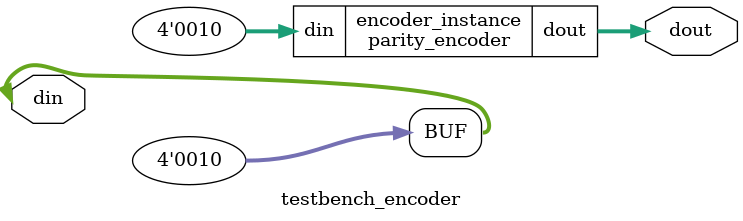
<source format=v>
module parity_encoder ( din ,dout );

output [1:0] dout ;
reg [1:0] dout ;

input [3:0] din ;
wire [3:0] din ;


always @ (din) begin
 
 if (din[3])
  dout = 0;
 else if (din[2])
  dout = 1;
 else if (din[1])
  dout = 2;
 else if (din[0])
  dout = 3;
 else
  dout = 3'bZZZ;
end

endmodule
module testbench_encoder(din,dout);
input[3:0] din;
output[1:0] dout;
wire[3:0] din;
wire[1:0] dout;

assign din = 4'b0010;
parity_encoder encoder_instance(din,dout);

endmodule

</source>
